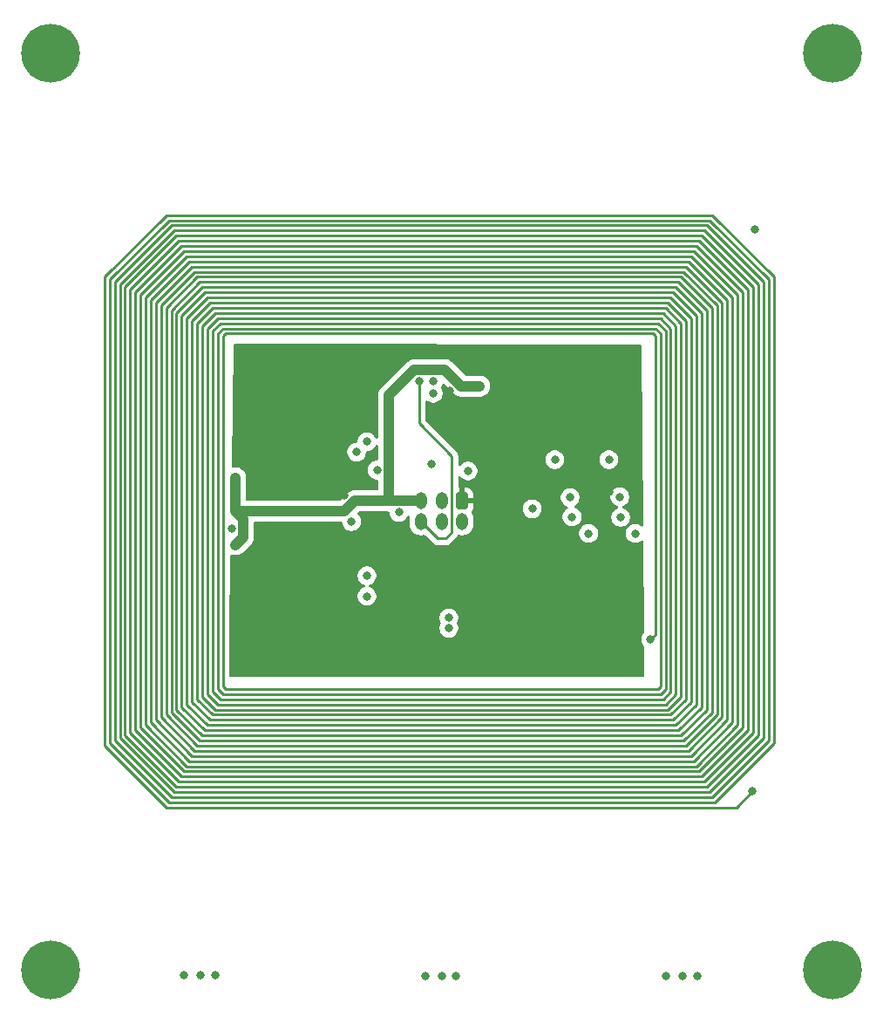
<source format=gbr>
%TF.GenerationSoftware,KiCad,Pcbnew,9.0.0*%
%TF.CreationDate,2025-09-25T12:09:15-07:00*%
%TF.ProjectId,XY_Faces_V3,58595f46-6163-4657-935f-56332e6b6963,3.0*%
%TF.SameCoordinates,Original*%
%TF.FileFunction,Copper,L2,Inr*%
%TF.FilePolarity,Positive*%
%FSLAX46Y46*%
G04 Gerber Fmt 4.6, Leading zero omitted, Abs format (unit mm)*
G04 Created by KiCad (PCBNEW 9.0.0) date 2025-09-25 12:09:15*
%MOMM*%
%LPD*%
G01*
G04 APERTURE LIST*
G04 Aperture macros list*
%AMRoundRect*
0 Rectangle with rounded corners*
0 $1 Rounding radius*
0 $2 $3 $4 $5 $6 $7 $8 $9 X,Y pos of 4 corners*
0 Add a 4 corners polygon primitive as box body*
4,1,4,$2,$3,$4,$5,$6,$7,$8,$9,$2,$3,0*
0 Add four circle primitives for the rounded corners*
1,1,$1+$1,$2,$3*
1,1,$1+$1,$4,$5*
1,1,$1+$1,$6,$7*
1,1,$1+$1,$8,$9*
0 Add four rect primitives between the rounded corners*
20,1,$1+$1,$2,$3,$4,$5,0*
20,1,$1+$1,$4,$5,$6,$7,0*
20,1,$1+$1,$6,$7,$8,$9,0*
20,1,$1+$1,$8,$9,$2,$3,0*%
G04 Aperture macros list end*
%TA.AperFunction,ComponentPad*%
%ADD10C,5.700000*%
%TD*%
%TA.AperFunction,ComponentPad*%
%ADD11RoundRect,0.250000X0.350000X0.575000X-0.350000X0.575000X-0.350000X-0.575000X0.350000X-0.575000X0*%
%TD*%
%TA.AperFunction,ComponentPad*%
%ADD12O,1.200000X1.650000*%
%TD*%
%TA.AperFunction,ViaPad*%
%ADD13C,0.800000*%
%TD*%
%TA.AperFunction,Conductor*%
%ADD14C,1.000000*%
%TD*%
%TA.AperFunction,Conductor*%
%ADD15C,0.250000*%
%TD*%
G04 APERTURE END LIST*
D10*
%TO.N,unconnected-(J2-Pin_1-Pad1)*%
%TO.C,J2*%
X106500000Y-70300000D03*
%TD*%
%TO.N,unconnected-(J3-Pin_1-Pad1)*%
%TO.C,J3*%
X106500000Y-159300000D03*
%TD*%
%TO.N,unconnected-(J4-Pin_1-Pad1)*%
%TO.C,J4*%
X182500000Y-70300000D03*
%TD*%
%TO.N,unconnected-(J5-Pin_1-Pad1)*%
%TO.C,J5*%
X182500000Y-159300000D03*
%TD*%
D11*
%TO.N,GND*%
%TO.C,CN1*%
X146500001Y-113750001D03*
D12*
%TO.N,SDAIN*%
X146500001Y-115750002D03*
%TO.N,VSOLAR*%
X144500000Y-113750001D03*
%TO.N,+3V3*%
X144500001Y-115750001D03*
%TO.N,VSOLAR*%
X142500001Y-113750001D03*
%TO.N,SCLIN*%
X142500000Y-115750001D03*
%TD*%
D13*
%TO.N,+3V3*%
X153300000Y-114500000D03*
%TO.N,GND*%
X154800000Y-112603280D03*
X151900000Y-112600000D03*
X169300000Y-159860000D03*
X153500000Y-116000000D03*
X160825000Y-112900000D03*
X157100000Y-110000000D03*
X143800000Y-126000000D03*
X145272182Y-103027818D03*
X144520000Y-159900000D03*
X119500000Y-159800000D03*
X167920000Y-159860000D03*
X142900000Y-159900000D03*
X166300000Y-159860000D03*
X145900000Y-159900000D03*
X146112347Y-118387653D03*
X154500000Y-117250000D03*
X135015253Y-113208948D03*
X121120000Y-159800000D03*
X124150000Y-116450000D03*
X122500000Y-159800000D03*
X160750000Y-114500000D03*
%TO.N,+3V3*%
X145200000Y-125100000D03*
X143700000Y-102100000D03*
X163300000Y-116900000D03*
X138227388Y-110744462D03*
X135750000Y-115750000D03*
X143700000Y-103300000D03*
X140346149Y-114850001D03*
X160750000Y-109750000D03*
X158775000Y-116900000D03*
X145200000Y-126100000D03*
X155500000Y-109750000D03*
%TO.N,VSOLAR*%
X146400000Y-102600000D03*
X124500000Y-114750000D03*
X124500000Y-111500000D03*
X124500000Y-118000000D03*
X148200000Y-102600000D03*
%TO.N,/SCL*%
X147068051Y-110831949D03*
X143496487Y-110201487D03*
%TO.N,/SDA*%
X157165885Y-115284647D03*
X156985660Y-113414260D03*
%TO.N,Net-(SC3--)*%
X137250000Y-123000000D03*
X136250000Y-109000000D03*
X137250000Y-108000000D03*
X137250000Y-121000000D03*
%TO.N,Net-(U3-OUT+)*%
X161890000Y-115330000D03*
X174680000Y-141950000D03*
X161820000Y-113350000D03*
X164800000Y-127190000D03*
X174900000Y-87350000D03*
%TO.N,SCLIN*%
X142300000Y-102100000D03*
%TD*%
D14*
%TO.N,VSOLAR*%
X139328388Y-113521613D02*
X139328388Y-103514562D01*
X139328388Y-103514562D02*
X141843950Y-100999000D01*
X124500000Y-114750000D02*
X125251000Y-115501000D01*
X141843950Y-100999000D02*
X144799000Y-100999000D01*
X125251000Y-115501000D02*
X125251000Y-117249000D01*
X136031250Y-113750001D02*
X135031251Y-114750000D01*
X142500001Y-113750001D02*
X139100000Y-113750001D01*
X139100000Y-113750001D02*
X136031250Y-113750001D01*
X135031251Y-114750000D02*
X124500000Y-114750000D01*
X144799000Y-100999000D02*
X146400000Y-102600000D01*
X139100000Y-113750001D02*
X139328388Y-113521613D01*
X124500000Y-114750000D02*
X124500000Y-111500000D01*
X125251000Y-117249000D02*
X124500000Y-118000000D01*
X146400000Y-102600000D02*
X148200000Y-102600000D01*
D15*
%TO.N,Net-(U3-OUT+)*%
X167750000Y-132750000D02*
X167750000Y-96500000D01*
X170750000Y-142500000D02*
X176250000Y-137000000D01*
X168250000Y-133000000D02*
X168250000Y-96250000D01*
X172250000Y-135000000D02*
X172250000Y-94250000D01*
X112750000Y-92500000D02*
X112750000Y-137000000D01*
X168500000Y-138000000D02*
X171750000Y-134750000D01*
X173750000Y-135750000D02*
X173750000Y-93500000D01*
X173250000Y-93750000D02*
X169000000Y-89500000D01*
X113750000Y-136500000D02*
X118750000Y-141500000D01*
X121250000Y-132750000D02*
X122500000Y-134000000D01*
X120000000Y-90500000D02*
X116250000Y-94250000D01*
X122750000Y-97500000D02*
X122750000Y-132000000D01*
X114250000Y-136250000D02*
X119000000Y-141000000D01*
X166000000Y-133000000D02*
X166750000Y-132250000D01*
X168750000Y-138500000D02*
X172250000Y-135000000D01*
X121500000Y-136000000D02*
X167500000Y-136000000D01*
X123500000Y-132000000D02*
X165500000Y-132000000D01*
X174750000Y-136250000D02*
X174750000Y-93000000D01*
X117750000Y-143500000D02*
X173130000Y-143500000D01*
X167250000Y-132500000D02*
X167250000Y-96750000D01*
X121000000Y-137000000D02*
X168000000Y-137000000D01*
X167750000Y-92000000D02*
X120750000Y-92000000D01*
X170750000Y-95000000D02*
X167750000Y-92000000D01*
X171250000Y-134500000D02*
X171250000Y-94750000D01*
X169250000Y-89000000D02*
X119250000Y-89000000D01*
X121500000Y-93500000D02*
X119250000Y-95750000D01*
X122000000Y-135000000D02*
X167000000Y-135000000D01*
X167000000Y-135000000D02*
X168750000Y-133250000D01*
X118750000Y-88000000D02*
X113750000Y-93000000D01*
X121750000Y-135500000D02*
X167250000Y-135500000D01*
X116750000Y-94500000D02*
X116750000Y-135000000D01*
X123500000Y-97500000D02*
X123250000Y-97750000D01*
X170250000Y-95250000D02*
X167500000Y-92500000D01*
X174250000Y-93250000D02*
X169500000Y-88500000D01*
X116250000Y-135250000D02*
X120000000Y-139000000D01*
X167750000Y-96500000D02*
X166250000Y-95000000D01*
X117750000Y-86000000D02*
X111750000Y-92000000D01*
X119750000Y-139500000D02*
X169250000Y-139500000D01*
X114250000Y-93250000D02*
X114250000Y-136250000D01*
X165250000Y-126740000D02*
X165250000Y-97750000D01*
X169500000Y-140000000D02*
X173750000Y-135750000D01*
X165000000Y-97500000D02*
X123500000Y-97500000D01*
X120250000Y-138500000D02*
X168750000Y-138500000D01*
X175250000Y-136500000D02*
X175250000Y-92750000D01*
X168000000Y-137000000D02*
X170750000Y-134250000D01*
X175750000Y-136750000D02*
X175750000Y-92500000D01*
X165250000Y-97000000D02*
X123250000Y-97000000D01*
X174250000Y-136000000D02*
X174250000Y-93250000D01*
X169000000Y-89500000D02*
X119500000Y-89500000D01*
X171750000Y-134750000D02*
X171750000Y-94500000D01*
X118250000Y-95250000D02*
X118250000Y-134250000D01*
X166250000Y-132000000D02*
X166250000Y-97250000D01*
X170250000Y-134000000D02*
X170250000Y-95250000D01*
X119000000Y-141000000D02*
X170000000Y-141000000D01*
X169750000Y-133750000D02*
X169750000Y-95500000D01*
X118500000Y-142000000D02*
X170500000Y-142000000D01*
X168750000Y-133250000D02*
X168750000Y-96000000D01*
X111750000Y-137500000D02*
X117750000Y-143500000D01*
X118750000Y-141500000D02*
X170250000Y-141500000D01*
X176250000Y-92250000D02*
X170500000Y-86500000D01*
X166250000Y-97250000D02*
X165500000Y-96500000D01*
X165750000Y-131750000D02*
X165750000Y-97500000D01*
X119000000Y-88500000D02*
X114250000Y-93250000D01*
X166000000Y-95500000D02*
X122500000Y-95500000D01*
X113750000Y-93000000D02*
X113750000Y-136500000D01*
X119250000Y-89000000D02*
X114750000Y-93500000D01*
X118000000Y-86500000D02*
X112250000Y-92250000D01*
X165750000Y-132500000D02*
X166250000Y-132000000D01*
X120000000Y-139000000D02*
X169000000Y-139000000D01*
X119500000Y-89500000D02*
X115250000Y-93750000D01*
X112750000Y-137000000D02*
X118250000Y-142500000D01*
X117250000Y-134750000D02*
X120500000Y-138000000D01*
X167250000Y-93000000D02*
X121250000Y-93000000D01*
X169000000Y-139000000D02*
X172750000Y-135250000D01*
X166750000Y-134500000D02*
X168250000Y-133000000D01*
X117750000Y-134500000D02*
X120750000Y-137500000D01*
X123250000Y-131750000D02*
X123500000Y-132000000D01*
X169250000Y-95750000D02*
X167000000Y-93500000D01*
X120500000Y-138000000D02*
X168500000Y-138000000D01*
X176750000Y-92000000D02*
X170750000Y-86000000D01*
X120250000Y-91000000D02*
X116750000Y-94500000D01*
X168750000Y-90000000D02*
X119750000Y-90000000D01*
X122000000Y-94500000D02*
X120250000Y-96250000D01*
X122250000Y-132250000D02*
X123000000Y-133000000D01*
X120750000Y-92000000D02*
X117750000Y-95000000D01*
X165500000Y-96500000D02*
X123000000Y-96500000D01*
X170500000Y-86500000D02*
X118000000Y-86500000D01*
X167250000Y-96750000D02*
X166000000Y-95500000D01*
X165750000Y-96000000D02*
X122750000Y-96000000D01*
X170000000Y-87500000D02*
X118500000Y-87500000D01*
X122750000Y-96000000D02*
X121750000Y-97000000D01*
X173750000Y-93500000D02*
X169250000Y-89000000D01*
X166750000Y-132250000D02*
X166750000Y-97000000D01*
X168250000Y-137500000D02*
X171250000Y-134500000D01*
X168250000Y-91000000D02*
X120250000Y-91000000D01*
X168500000Y-90500000D02*
X120000000Y-90500000D01*
X115250000Y-135750000D02*
X119500000Y-140000000D01*
X166500000Y-94500000D02*
X122000000Y-94500000D01*
X168000000Y-91500000D02*
X120500000Y-91500000D01*
X116750000Y-135000000D02*
X120250000Y-138500000D01*
X115250000Y-93750000D02*
X115250000Y-135750000D01*
X120750000Y-133000000D02*
X122250000Y-134500000D01*
X115750000Y-94000000D02*
X115750000Y-135500000D01*
X176750000Y-137250000D02*
X176750000Y-92000000D01*
X113250000Y-136750000D02*
X118500000Y-142000000D01*
X122750000Y-132000000D02*
X123250000Y-132500000D01*
X120500000Y-91500000D02*
X117250000Y-94750000D01*
X117750000Y-95000000D02*
X117750000Y-134500000D01*
X119250000Y-133750000D02*
X121500000Y-136000000D01*
X120250000Y-96250000D02*
X120250000Y-133250000D01*
X118750000Y-95500000D02*
X118750000Y-134000000D01*
X171000000Y-143000000D02*
X176750000Y-137250000D01*
X170250000Y-141500000D02*
X175250000Y-136500000D01*
X123000000Y-133000000D02*
X166000000Y-133000000D01*
X119750000Y-133500000D02*
X121750000Y-135500000D01*
X169500000Y-88500000D02*
X119000000Y-88500000D01*
X118750000Y-134000000D02*
X121250000Y-136500000D01*
X112250000Y-92250000D02*
X112250000Y-137250000D01*
X166250000Y-95000000D02*
X122250000Y-95000000D01*
X170500000Y-142000000D02*
X175750000Y-136750000D01*
X115750000Y-135500000D02*
X119750000Y-139500000D01*
X119500000Y-140000000D02*
X169500000Y-140000000D01*
X172750000Y-94000000D02*
X168750000Y-90000000D01*
X120250000Y-133250000D02*
X122000000Y-135000000D01*
X121750000Y-97000000D02*
X121750000Y-132500000D01*
X123250000Y-97000000D02*
X122750000Y-97500000D01*
X170000000Y-141000000D02*
X174750000Y-136250000D01*
X122250000Y-97250000D02*
X122250000Y-132250000D01*
X167500000Y-92500000D02*
X121000000Y-92500000D01*
X166750000Y-94000000D02*
X121750000Y-94000000D01*
X170750000Y-86000000D02*
X117750000Y-86000000D01*
X121000000Y-92500000D02*
X118250000Y-95250000D01*
X176250000Y-137000000D02*
X176250000Y-92250000D01*
X121750000Y-132500000D02*
X122750000Y-133500000D01*
X119250000Y-95750000D02*
X119250000Y-133750000D01*
X169250000Y-133500000D02*
X169250000Y-95750000D01*
X167250000Y-135500000D02*
X169250000Y-133500000D01*
X172250000Y-94250000D02*
X168500000Y-90500000D01*
X118250000Y-134250000D02*
X121000000Y-137000000D01*
X121250000Y-96750000D02*
X121250000Y-132750000D01*
X165500000Y-132000000D02*
X165750000Y-131750000D01*
X175250000Y-92750000D02*
X170000000Y-87500000D01*
X121250000Y-93000000D02*
X118750000Y-95500000D01*
X168750000Y-96000000D02*
X166750000Y-94000000D01*
X116250000Y-94250000D02*
X116250000Y-135250000D01*
X123000000Y-96500000D02*
X122250000Y-97250000D01*
X111750000Y-92000000D02*
X111750000Y-137500000D01*
X169750000Y-88000000D02*
X118750000Y-88000000D01*
X122250000Y-95000000D02*
X120750000Y-96500000D01*
X170250000Y-87000000D02*
X118250000Y-87000000D01*
X121750000Y-94000000D02*
X119750000Y-96000000D01*
X166250000Y-133500000D02*
X167250000Y-132500000D01*
X173250000Y-135500000D02*
X173250000Y-93750000D01*
X119750000Y-90000000D02*
X115750000Y-94000000D01*
X172750000Y-135250000D02*
X172750000Y-94000000D01*
X118500000Y-87500000D02*
X113250000Y-92750000D01*
X114750000Y-93500000D02*
X114750000Y-136000000D01*
X122500000Y-95500000D02*
X121250000Y-96750000D01*
X118250000Y-87000000D02*
X112750000Y-92500000D01*
X122250000Y-134500000D02*
X166750000Y-134500000D01*
X173130000Y-143500000D02*
X174680000Y-141950000D01*
X122500000Y-134000000D02*
X166500000Y-134000000D01*
X113250000Y-92750000D02*
X113250000Y-136750000D01*
X114750000Y-136000000D02*
X119250000Y-140500000D01*
X121250000Y-136500000D02*
X167750000Y-136500000D01*
X169750000Y-140500000D02*
X174250000Y-136000000D01*
X169250000Y-139500000D02*
X173250000Y-135500000D01*
X122750000Y-133500000D02*
X166250000Y-133500000D01*
X123250000Y-132500000D02*
X165750000Y-132500000D01*
X166500000Y-134000000D02*
X167750000Y-132750000D01*
X167000000Y-93500000D02*
X121500000Y-93500000D01*
X165250000Y-97750000D02*
X165000000Y-97500000D01*
X174750000Y-93000000D02*
X169750000Y-88000000D01*
X123250000Y-97750000D02*
X123250000Y-131750000D01*
X167500000Y-136000000D02*
X169750000Y-133750000D01*
X118250000Y-142500000D02*
X170750000Y-142500000D01*
X170750000Y-134250000D02*
X170750000Y-95000000D01*
X120750000Y-137500000D02*
X168250000Y-137500000D01*
X168250000Y-96250000D02*
X166500000Y-94500000D01*
X167750000Y-136500000D02*
X170250000Y-134000000D01*
X166750000Y-97000000D02*
X165750000Y-96000000D01*
X119750000Y-96000000D02*
X119750000Y-133500000D01*
X165750000Y-97500000D02*
X165250000Y-97000000D01*
X171250000Y-94750000D02*
X168000000Y-91500000D01*
X118000000Y-143000000D02*
X171000000Y-143000000D01*
X117250000Y-94750000D02*
X117250000Y-134750000D01*
X175750000Y-92500000D02*
X170250000Y-87000000D01*
X112250000Y-137250000D02*
X118000000Y-143000000D01*
X171750000Y-94500000D02*
X168250000Y-91000000D01*
X119250000Y-140500000D02*
X169750000Y-140500000D01*
X120750000Y-96500000D02*
X120750000Y-133000000D01*
X164800000Y-127190000D02*
X165250000Y-126740000D01*
X169750000Y-95500000D02*
X167250000Y-93000000D01*
%TO.N,SCLIN*%
X144900000Y-117400000D02*
X144149999Y-117400000D01*
X142300000Y-106200000D02*
X145476000Y-109376000D01*
X145476000Y-116824000D02*
X144900000Y-117400000D01*
X144149999Y-117400000D02*
X142500000Y-115750001D01*
X142300000Y-102100000D02*
X142300000Y-106200000D01*
X145476000Y-109376000D02*
X145476000Y-116824000D01*
%TD*%
%TA.AperFunction,Conductor*%
%TO.N,GND*%
G36*
X163824707Y-98596543D02*
G01*
X163891694Y-98616396D01*
X163937316Y-98669315D01*
X163948389Y-98719570D01*
X164084704Y-116099882D01*
X164065546Y-116167074D01*
X164013103Y-116213242D01*
X163944024Y-116223727D01*
X163884229Y-116197661D01*
X163884200Y-116197706D01*
X163883953Y-116197541D01*
X163882044Y-116196709D01*
X163879134Y-116194321D01*
X163730342Y-116094901D01*
X163730332Y-116094896D01*
X163565000Y-116026413D01*
X163564992Y-116026411D01*
X163389483Y-115991500D01*
X163389479Y-115991500D01*
X163210521Y-115991500D01*
X163210516Y-115991500D01*
X163035007Y-116026411D01*
X163034999Y-116026413D01*
X162869667Y-116094896D01*
X162869657Y-116094901D01*
X162720865Y-116194321D01*
X162720861Y-116194324D01*
X162594324Y-116320861D01*
X162594321Y-116320865D01*
X162494901Y-116469657D01*
X162494896Y-116469667D01*
X162426413Y-116634999D01*
X162426411Y-116635007D01*
X162391500Y-116810516D01*
X162391500Y-116989483D01*
X162426411Y-117164992D01*
X162426413Y-117165000D01*
X162494896Y-117330332D01*
X162494901Y-117330342D01*
X162594321Y-117479134D01*
X162594324Y-117479138D01*
X162720861Y-117605675D01*
X162720865Y-117605678D01*
X162869657Y-117705098D01*
X162869661Y-117705100D01*
X162869664Y-117705102D01*
X163035000Y-117773587D01*
X163210516Y-117808499D01*
X163210520Y-117808500D01*
X163210521Y-117808500D01*
X163389480Y-117808500D01*
X163389481Y-117808499D01*
X163565000Y-117773587D01*
X163730336Y-117705102D01*
X163879135Y-117605678D01*
X163885464Y-117599349D01*
X163946785Y-117565861D01*
X164016477Y-117570842D01*
X164072413Y-117612711D01*
X164096833Y-117678174D01*
X164097145Y-117686053D01*
X164166169Y-126486677D01*
X164147011Y-126553869D01*
X164129856Y-126575329D01*
X164094324Y-126610862D01*
X164094319Y-126610868D01*
X163994901Y-126759657D01*
X163994896Y-126759667D01*
X163926413Y-126924999D01*
X163926411Y-126925007D01*
X163891500Y-127100516D01*
X163891500Y-127279483D01*
X163926411Y-127454992D01*
X163926413Y-127455000D01*
X163994896Y-127620332D01*
X163994901Y-127620342D01*
X164094321Y-127769134D01*
X164094324Y-127769138D01*
X164140958Y-127815771D01*
X164174444Y-127877094D01*
X164177274Y-127902480D01*
X164199020Y-130675027D01*
X164179862Y-130742219D01*
X164127419Y-130788387D01*
X164075024Y-130800000D01*
X124007500Y-130800000D01*
X123940461Y-130780315D01*
X123894706Y-130727511D01*
X123883500Y-130676000D01*
X123883500Y-125456981D01*
X123883515Y-125455044D01*
X123890461Y-125010516D01*
X144291500Y-125010516D01*
X144291500Y-125189483D01*
X144326411Y-125364992D01*
X144326413Y-125365000D01*
X144394898Y-125530336D01*
X144395418Y-125531115D01*
X144395565Y-125531584D01*
X144397768Y-125535706D01*
X144396986Y-125536123D01*
X144416292Y-125597794D01*
X144397804Y-125665173D01*
X144395418Y-125668885D01*
X144394898Y-125669663D01*
X144326413Y-125834999D01*
X144326411Y-125835007D01*
X144291500Y-126010516D01*
X144291500Y-126189483D01*
X144326411Y-126364992D01*
X144326413Y-126365000D01*
X144394896Y-126530332D01*
X144394901Y-126530342D01*
X144494321Y-126679134D01*
X144494324Y-126679138D01*
X144620861Y-126805675D01*
X144620865Y-126805678D01*
X144769657Y-126905098D01*
X144769661Y-126905100D01*
X144769664Y-126905102D01*
X144935000Y-126973587D01*
X145110516Y-127008499D01*
X145110520Y-127008500D01*
X145110521Y-127008500D01*
X145289480Y-127008500D01*
X145289481Y-127008499D01*
X145465000Y-126973587D01*
X145630336Y-126905102D01*
X145779135Y-126805678D01*
X145905678Y-126679135D01*
X146005102Y-126530336D01*
X146073587Y-126365000D01*
X146108500Y-126189479D01*
X146108500Y-126010521D01*
X146073587Y-125835000D01*
X146005102Y-125669664D01*
X146004587Y-125668893D01*
X146004441Y-125668428D01*
X146002229Y-125664289D01*
X146003013Y-125663869D01*
X145983708Y-125602216D01*
X146002191Y-125534835D01*
X146004587Y-125531107D01*
X146004689Y-125530953D01*
X146005102Y-125530336D01*
X146073587Y-125365000D01*
X146108500Y-125189479D01*
X146108500Y-125010521D01*
X146073587Y-124835000D01*
X146005102Y-124669664D01*
X146005100Y-124669661D01*
X146005098Y-124669657D01*
X145905678Y-124520865D01*
X145905675Y-124520861D01*
X145779138Y-124394324D01*
X145779134Y-124394321D01*
X145630342Y-124294901D01*
X145630332Y-124294896D01*
X145465000Y-124226413D01*
X145464992Y-124226411D01*
X145289483Y-124191500D01*
X145289479Y-124191500D01*
X145110521Y-124191500D01*
X145110516Y-124191500D01*
X144935007Y-124226411D01*
X144934999Y-124226413D01*
X144769667Y-124294896D01*
X144769657Y-124294901D01*
X144620865Y-124394321D01*
X144620861Y-124394324D01*
X144494324Y-124520861D01*
X144494321Y-124520865D01*
X144394901Y-124669657D01*
X144394896Y-124669667D01*
X144326413Y-124834999D01*
X144326411Y-124835007D01*
X144291500Y-125010516D01*
X123890461Y-125010516D01*
X123890586Y-125002492D01*
X123893203Y-124834999D01*
X123954523Y-120910516D01*
X136341500Y-120910516D01*
X136341500Y-121089483D01*
X136376411Y-121264992D01*
X136376413Y-121265000D01*
X136444896Y-121430332D01*
X136444901Y-121430342D01*
X136544321Y-121579134D01*
X136544324Y-121579138D01*
X136670861Y-121705675D01*
X136670865Y-121705678D01*
X136819657Y-121805098D01*
X136819661Y-121805100D01*
X136819664Y-121805102D01*
X136985000Y-121873587D01*
X136985004Y-121873587D01*
X136985005Y-121873588D01*
X137009109Y-121878383D01*
X137071020Y-121910768D01*
X137105594Y-121971484D01*
X137101854Y-122041253D01*
X137060987Y-122097925D01*
X137009109Y-122121617D01*
X136985005Y-122126411D01*
X136984999Y-122126413D01*
X136819667Y-122194896D01*
X136819657Y-122194901D01*
X136670865Y-122294321D01*
X136670861Y-122294324D01*
X136544324Y-122420861D01*
X136544321Y-122420865D01*
X136444901Y-122569657D01*
X136444896Y-122569667D01*
X136376413Y-122734999D01*
X136376411Y-122735007D01*
X136341500Y-122910516D01*
X136341500Y-123089483D01*
X136376411Y-123264992D01*
X136376413Y-123265000D01*
X136444896Y-123430332D01*
X136444901Y-123430342D01*
X136544321Y-123579134D01*
X136544324Y-123579138D01*
X136670861Y-123705675D01*
X136670865Y-123705678D01*
X136819657Y-123805098D01*
X136819661Y-123805100D01*
X136819664Y-123805102D01*
X136985000Y-123873587D01*
X137160516Y-123908499D01*
X137160520Y-123908500D01*
X137160521Y-123908500D01*
X137339480Y-123908500D01*
X137339481Y-123908499D01*
X137515000Y-123873587D01*
X137680336Y-123805102D01*
X137829135Y-123705678D01*
X137955678Y-123579135D01*
X138055102Y-123430336D01*
X138123587Y-123265000D01*
X138158500Y-123089479D01*
X138158500Y-122910521D01*
X138123587Y-122735000D01*
X138055102Y-122569664D01*
X138055100Y-122569661D01*
X138055098Y-122569657D01*
X137955678Y-122420865D01*
X137955675Y-122420861D01*
X137829138Y-122294324D01*
X137829134Y-122294321D01*
X137680342Y-122194901D01*
X137680332Y-122194896D01*
X137515000Y-122126413D01*
X137514992Y-122126411D01*
X137490891Y-122121617D01*
X137428980Y-122089233D01*
X137394406Y-122028517D01*
X137398145Y-121958747D01*
X137439011Y-121902075D01*
X137490891Y-121878383D01*
X137501470Y-121876278D01*
X137515000Y-121873587D01*
X137680336Y-121805102D01*
X137829135Y-121705678D01*
X137955678Y-121579135D01*
X138055102Y-121430336D01*
X138123587Y-121265000D01*
X138158500Y-121089479D01*
X138158500Y-120910521D01*
X138123587Y-120735000D01*
X138055102Y-120569664D01*
X138055100Y-120569661D01*
X138055098Y-120569657D01*
X137955678Y-120420865D01*
X137955675Y-120420861D01*
X137829138Y-120294324D01*
X137829134Y-120294321D01*
X137680342Y-120194901D01*
X137680332Y-120194896D01*
X137515000Y-120126413D01*
X137514992Y-120126411D01*
X137339483Y-120091500D01*
X137339479Y-120091500D01*
X137160521Y-120091500D01*
X137160516Y-120091500D01*
X136985007Y-120126411D01*
X136984999Y-120126413D01*
X136819667Y-120194896D01*
X136819657Y-120194901D01*
X136670865Y-120294321D01*
X136670861Y-120294324D01*
X136544324Y-120420861D01*
X136544321Y-120420865D01*
X136444901Y-120569657D01*
X136444896Y-120569667D01*
X136376413Y-120734999D01*
X136376411Y-120735007D01*
X136341500Y-120910516D01*
X123954523Y-120910516D01*
X123983418Y-119061248D01*
X124004147Y-118994528D01*
X124057659Y-118949604D01*
X124126964Y-118940742D01*
X124154847Y-118948625D01*
X124205832Y-118969744D01*
X124400666Y-119008499D01*
X124400669Y-119008500D01*
X124400671Y-119008500D01*
X124599331Y-119008500D01*
X124599332Y-119008499D01*
X124794168Y-118969744D01*
X124977704Y-118893721D01*
X125142881Y-118783353D01*
X126034353Y-117891881D01*
X126144721Y-117726704D01*
X126220744Y-117543169D01*
X126236811Y-117462394D01*
X126259500Y-117348329D01*
X126259500Y-115882500D01*
X126279185Y-115815461D01*
X126331989Y-115769706D01*
X126383500Y-115758500D01*
X134723628Y-115758500D01*
X134790667Y-115778185D01*
X134836422Y-115830989D01*
X134845245Y-115858309D01*
X134876411Y-116014992D01*
X134876413Y-116015000D01*
X134944896Y-116180332D01*
X134944901Y-116180342D01*
X135044321Y-116329134D01*
X135044324Y-116329138D01*
X135170861Y-116455675D01*
X135170865Y-116455678D01*
X135319657Y-116555098D01*
X135319661Y-116555100D01*
X135319664Y-116555102D01*
X135485000Y-116623587D01*
X135660516Y-116658499D01*
X135660520Y-116658500D01*
X135660521Y-116658500D01*
X135839480Y-116658500D01*
X135839481Y-116658499D01*
X136015000Y-116623587D01*
X136180336Y-116555102D01*
X136329135Y-116455678D01*
X136455678Y-116329135D01*
X136555102Y-116180336D01*
X136623587Y-116015000D01*
X136658500Y-115839479D01*
X136658500Y-115660521D01*
X136623587Y-115485000D01*
X136555102Y-115319664D01*
X136555100Y-115319661D01*
X136555098Y-115319657D01*
X136455678Y-115170865D01*
X136455675Y-115170861D01*
X136333830Y-115049016D01*
X136329491Y-115041071D01*
X136322243Y-115035645D01*
X136313007Y-115010882D01*
X136300345Y-114987693D01*
X136300990Y-114978662D01*
X136297827Y-114970180D01*
X136303443Y-114944359D01*
X136305329Y-114918001D01*
X136311147Y-114908947D01*
X136312679Y-114901907D01*
X136333825Y-114873658D01*
X136412666Y-114794817D01*
X136473989Y-114761335D01*
X136500346Y-114758501D01*
X139000671Y-114758501D01*
X139199329Y-114758501D01*
X139313649Y-114758501D01*
X139380688Y-114778186D01*
X139426443Y-114830990D01*
X139437649Y-114882501D01*
X139437649Y-114939484D01*
X139472560Y-115114993D01*
X139472562Y-115115001D01*
X139541045Y-115280333D01*
X139541050Y-115280343D01*
X139640470Y-115429135D01*
X139640473Y-115429139D01*
X139767010Y-115555676D01*
X139767014Y-115555679D01*
X139915806Y-115655099D01*
X139915810Y-115655101D01*
X139915813Y-115655103D01*
X140081149Y-115723588D01*
X140256665Y-115758500D01*
X140256669Y-115758501D01*
X140256670Y-115758501D01*
X140435629Y-115758501D01*
X140435630Y-115758500D01*
X140611149Y-115723588D01*
X140776485Y-115655103D01*
X140925284Y-115555679D01*
X141051827Y-115429136D01*
X141151251Y-115280337D01*
X141179683Y-115211694D01*
X141223522Y-115157294D01*
X141289816Y-115135229D01*
X141357515Y-115152508D01*
X141405126Y-115203644D01*
X141417533Y-115272404D01*
X141416716Y-115278547D01*
X141391500Y-115437759D01*
X141391500Y-116062241D01*
X141418795Y-116234576D01*
X141472710Y-116400514D01*
X141472711Y-116400517D01*
X141500818Y-116455678D01*
X141551478Y-116555103D01*
X141551928Y-116555985D01*
X141654477Y-116697133D01*
X141654481Y-116697138D01*
X141777862Y-116820519D01*
X141777867Y-116820523D01*
X141792654Y-116831266D01*
X141919019Y-116923075D01*
X142020646Y-116974857D01*
X142074483Y-117002289D01*
X142074486Y-117002290D01*
X142157455Y-117029247D01*
X142240426Y-117056206D01*
X142412759Y-117083501D01*
X142412760Y-117083501D01*
X142587240Y-117083501D01*
X142587241Y-117083501D01*
X142759574Y-117056206D01*
X142801070Y-117042722D01*
X142870910Y-117040728D01*
X142927068Y-117072973D01*
X143746162Y-117892068D01*
X143746166Y-117892071D01*
X143849917Y-117961396D01*
X143849923Y-117961399D01*
X143849924Y-117961400D01*
X143965214Y-118009155D01*
X144087600Y-118033499D01*
X144087604Y-118033500D01*
X144087605Y-118033500D01*
X144962395Y-118033500D01*
X144962396Y-118033499D01*
X145084785Y-118009155D01*
X145200075Y-117961400D01*
X145303833Y-117892071D01*
X145968071Y-117227833D01*
X146037400Y-117124075D01*
X146042393Y-117112019D01*
X146086231Y-117057614D01*
X146152524Y-117035546D01*
X146195273Y-117041535D01*
X146240427Y-117056207D01*
X146412760Y-117083502D01*
X146412761Y-117083502D01*
X146587241Y-117083502D01*
X146587242Y-117083502D01*
X146759575Y-117056207D01*
X146925517Y-117002290D01*
X147080982Y-116923076D01*
X147222140Y-116820519D01*
X147232143Y-116810516D01*
X157866500Y-116810516D01*
X157866500Y-116989483D01*
X157901411Y-117164992D01*
X157901413Y-117165000D01*
X157969896Y-117330332D01*
X157969901Y-117330342D01*
X158069321Y-117479134D01*
X158069324Y-117479138D01*
X158195861Y-117605675D01*
X158195865Y-117605678D01*
X158344657Y-117705098D01*
X158344661Y-117705100D01*
X158344664Y-117705102D01*
X158510000Y-117773587D01*
X158685516Y-117808499D01*
X158685520Y-117808500D01*
X158685521Y-117808500D01*
X158864480Y-117808500D01*
X158864481Y-117808499D01*
X159040000Y-117773587D01*
X159205336Y-117705102D01*
X159354135Y-117605678D01*
X159480678Y-117479135D01*
X159580102Y-117330336D01*
X159648587Y-117165000D01*
X159683500Y-116989479D01*
X159683500Y-116810521D01*
X159648587Y-116635000D01*
X159580102Y-116469664D01*
X159580100Y-116469661D01*
X159580098Y-116469657D01*
X159480678Y-116320865D01*
X159480675Y-116320861D01*
X159354138Y-116194324D01*
X159354134Y-116194321D01*
X159205342Y-116094901D01*
X159205332Y-116094896D01*
X159040000Y-116026413D01*
X159039992Y-116026411D01*
X158864483Y-115991500D01*
X158864479Y-115991500D01*
X158685521Y-115991500D01*
X158685516Y-115991500D01*
X158510007Y-116026411D01*
X158509999Y-116026413D01*
X158344667Y-116094896D01*
X158344657Y-116094901D01*
X158195865Y-116194321D01*
X158195861Y-116194324D01*
X158069324Y-116320861D01*
X158069321Y-116320865D01*
X157969901Y-116469657D01*
X157969896Y-116469667D01*
X157901413Y-116634999D01*
X157901411Y-116635007D01*
X157866500Y-116810516D01*
X147232143Y-116810516D01*
X147345518Y-116697141D01*
X147448075Y-116555983D01*
X147527289Y-116400518D01*
X147581206Y-116234576D01*
X147608501Y-116062243D01*
X147608501Y-115437761D01*
X147581206Y-115265428D01*
X147544517Y-115152508D01*
X147527290Y-115099488D01*
X147527289Y-115099485D01*
X147470327Y-114987693D01*
X147448075Y-114944021D01*
X147443520Y-114937752D01*
X147420043Y-114871949D01*
X147435869Y-114803895D01*
X147438743Y-114799626D01*
X147438526Y-114799492D01*
X147534357Y-114644125D01*
X147534359Y-114644120D01*
X147589506Y-114477698D01*
X147589507Y-114477691D01*
X147596370Y-114410516D01*
X152391500Y-114410516D01*
X152391500Y-114589483D01*
X152426411Y-114764992D01*
X152426413Y-114765000D01*
X152494896Y-114930332D01*
X152494901Y-114930342D01*
X152594321Y-115079134D01*
X152594324Y-115079138D01*
X152720861Y-115205675D01*
X152720865Y-115205678D01*
X152869657Y-115305098D01*
X152869661Y-115305100D01*
X152869664Y-115305102D01*
X153035000Y-115373587D01*
X153210516Y-115408499D01*
X153210520Y-115408500D01*
X153210521Y-115408500D01*
X153389480Y-115408500D01*
X153389481Y-115408499D01*
X153565000Y-115373587D01*
X153730336Y-115305102D01*
X153879135Y-115205678D01*
X154005678Y-115079135D01*
X154105102Y-114930336D01*
X154173587Y-114765000D01*
X154208500Y-114589479D01*
X154208500Y-114410521D01*
X154173587Y-114235000D01*
X154105102Y-114069664D01*
X154105100Y-114069661D01*
X154105098Y-114069657D01*
X154005678Y-113920865D01*
X154005675Y-113920861D01*
X153879138Y-113794324D01*
X153879134Y-113794321D01*
X153730342Y-113694901D01*
X153730332Y-113694896D01*
X153565000Y-113626413D01*
X153564992Y-113626411D01*
X153389483Y-113591500D01*
X153389479Y-113591500D01*
X153210521Y-113591500D01*
X153210516Y-113591500D01*
X153035007Y-113626411D01*
X153034999Y-113626413D01*
X152869667Y-113694896D01*
X152869657Y-113694901D01*
X152720865Y-113794321D01*
X152720861Y-113794324D01*
X152594324Y-113920861D01*
X152594321Y-113920865D01*
X152494901Y-114069657D01*
X152494896Y-114069667D01*
X152426413Y-114234999D01*
X152426411Y-114235007D01*
X152391500Y-114410516D01*
X147596370Y-114410516D01*
X147598280Y-114391826D01*
X147600000Y-114374987D01*
X147600001Y-114374974D01*
X147600001Y-114000001D01*
X146846411Y-114000001D01*
X146896038Y-113914045D01*
X146925001Y-113805953D01*
X146925001Y-113694049D01*
X146896038Y-113585957D01*
X146846411Y-113500001D01*
X147600000Y-113500001D01*
X147600000Y-113324776D01*
X156077160Y-113324776D01*
X156077160Y-113503743D01*
X156112071Y-113679252D01*
X156112073Y-113679260D01*
X156180556Y-113844592D01*
X156180561Y-113844602D01*
X156279981Y-113993394D01*
X156279984Y-113993398D01*
X156406521Y-114119935D01*
X156406525Y-114119938D01*
X156555317Y-114219358D01*
X156555330Y-114219365D01*
X156616823Y-114244836D01*
X156692627Y-114276235D01*
X156747031Y-114320076D01*
X156769096Y-114386370D01*
X156751817Y-114454069D01*
X156714066Y-114493898D01*
X156586750Y-114578968D01*
X156586746Y-114578971D01*
X156460209Y-114705508D01*
X156460206Y-114705512D01*
X156360786Y-114854304D01*
X156360781Y-114854314D01*
X156292298Y-115019646D01*
X156292296Y-115019654D01*
X156257385Y-115195163D01*
X156257385Y-115374130D01*
X156292296Y-115549639D01*
X156292298Y-115549647D01*
X156360781Y-115714979D01*
X156360786Y-115714989D01*
X156460206Y-115863781D01*
X156460209Y-115863785D01*
X156586746Y-115990322D01*
X156586750Y-115990325D01*
X156735542Y-116089745D01*
X156735546Y-116089747D01*
X156735549Y-116089749D01*
X156900885Y-116158234D01*
X157076401Y-116193146D01*
X157076405Y-116193147D01*
X157076406Y-116193147D01*
X157255365Y-116193147D01*
X157255366Y-116193146D01*
X157430885Y-116158234D01*
X157596221Y-116089749D01*
X157745020Y-115990325D01*
X157871563Y-115863782D01*
X157970987Y-115714983D01*
X158039472Y-115549647D01*
X158074385Y-115374126D01*
X158074385Y-115195168D01*
X158039472Y-115019647D01*
X157970987Y-114854311D01*
X157970985Y-114854308D01*
X157970983Y-114854304D01*
X157871563Y-114705512D01*
X157871560Y-114705508D01*
X157745023Y-114578971D01*
X157745019Y-114578968D01*
X157596227Y-114479548D01*
X157596217Y-114479543D01*
X157458916Y-114422671D01*
X157404513Y-114378830D01*
X157382448Y-114312536D01*
X157399727Y-114244836D01*
X157437477Y-114205008D01*
X157564795Y-114119938D01*
X157691338Y-113993395D01*
X157790762Y-113844596D01*
X157859247Y-113679260D01*
X157894160Y-113503739D01*
X157894160Y-113324781D01*
X157884978Y-113278619D01*
X157884978Y-113278616D01*
X157881378Y-113260516D01*
X160911500Y-113260516D01*
X160911500Y-113439483D01*
X160946411Y-113614992D01*
X160946413Y-113615000D01*
X161014896Y-113780332D01*
X161014901Y-113780342D01*
X161114321Y-113929134D01*
X161114324Y-113929138D01*
X161240861Y-114055675D01*
X161240865Y-114055678D01*
X161389657Y-114155098D01*
X161389661Y-114155100D01*
X161389664Y-114155102D01*
X161555000Y-114223587D01*
X161581106Y-114228779D01*
X161643017Y-114261163D01*
X161677592Y-114321879D01*
X161673853Y-114391648D01*
X161632988Y-114448321D01*
X161604369Y-114464958D01*
X161459667Y-114524896D01*
X161459657Y-114524901D01*
X161310865Y-114624321D01*
X161310861Y-114624324D01*
X161184324Y-114750861D01*
X161184321Y-114750865D01*
X161084901Y-114899657D01*
X161084896Y-114899667D01*
X161016413Y-115064999D01*
X161016411Y-115065007D01*
X160981500Y-115240516D01*
X160981500Y-115419483D01*
X161016411Y-115594992D01*
X161016413Y-115595000D01*
X161084896Y-115760332D01*
X161084901Y-115760342D01*
X161184321Y-115909134D01*
X161184324Y-115909138D01*
X161310861Y-116035675D01*
X161310865Y-116035678D01*
X161459657Y-116135098D01*
X161459661Y-116135100D01*
X161459664Y-116135102D01*
X161625000Y-116203587D01*
X161780789Y-116234575D01*
X161800516Y-116238499D01*
X161800520Y-116238500D01*
X161800521Y-116238500D01*
X161979480Y-116238500D01*
X161979481Y-116238499D01*
X162155000Y-116203587D01*
X162320336Y-116135102D01*
X162469135Y-116035678D01*
X162595678Y-115909135D01*
X162695102Y-115760336D01*
X162763587Y-115595000D01*
X162798500Y-115419479D01*
X162798500Y-115240521D01*
X162763587Y-115065000D01*
X162695102Y-114899664D01*
X162695100Y-114899661D01*
X162695098Y-114899657D01*
X162595678Y-114750865D01*
X162595675Y-114750861D01*
X162469138Y-114624324D01*
X162469134Y-114624321D01*
X162320342Y-114524901D01*
X162320332Y-114524896D01*
X162155000Y-114456413D01*
X162154994Y-114456411D01*
X162128891Y-114451219D01*
X162066980Y-114418834D01*
X162032406Y-114358118D01*
X162036147Y-114288348D01*
X162077013Y-114231676D01*
X162105629Y-114215041D01*
X162250336Y-114155102D01*
X162399135Y-114055678D01*
X162525678Y-113929135D01*
X162625102Y-113780336D01*
X162693587Y-113615000D01*
X162728500Y-113439479D01*
X162728500Y-113260521D01*
X162693587Y-113085000D01*
X162625102Y-112919664D01*
X162625100Y-112919661D01*
X162625098Y-112919657D01*
X162525678Y-112770865D01*
X162525675Y-112770861D01*
X162399138Y-112644324D01*
X162399134Y-112644321D01*
X162250342Y-112544901D01*
X162250332Y-112544896D01*
X162085000Y-112476413D01*
X162084992Y-112476411D01*
X161909483Y-112441500D01*
X161909479Y-112441500D01*
X161730521Y-112441500D01*
X161730516Y-112441500D01*
X161555007Y-112476411D01*
X161554999Y-112476413D01*
X161389667Y-112544896D01*
X161389657Y-112544901D01*
X161240865Y-112644321D01*
X161240861Y-112644324D01*
X161114324Y-112770861D01*
X161114321Y-112770865D01*
X161014901Y-112919657D01*
X161014896Y-112919667D01*
X160946413Y-113084999D01*
X160946411Y-113085007D01*
X160911500Y-113260516D01*
X157881378Y-113260516D01*
X157859248Y-113149267D01*
X157859247Y-113149260D01*
X157790762Y-112983924D01*
X157790760Y-112983921D01*
X157790758Y-112983917D01*
X157691338Y-112835125D01*
X157691335Y-112835121D01*
X157564798Y-112708584D01*
X157564794Y-112708581D01*
X157416002Y-112609161D01*
X157415992Y-112609156D01*
X157250660Y-112540673D01*
X157250652Y-112540671D01*
X157075143Y-112505760D01*
X157075139Y-112505760D01*
X156896181Y-112505760D01*
X156896176Y-112505760D01*
X156720667Y-112540671D01*
X156720659Y-112540673D01*
X156555327Y-112609156D01*
X156555317Y-112609161D01*
X156406525Y-112708581D01*
X156406521Y-112708584D01*
X156279984Y-112835121D01*
X156279981Y-112835125D01*
X156180561Y-112983917D01*
X156180556Y-112983927D01*
X156112073Y-113149259D01*
X156112071Y-113149267D01*
X156077160Y-113324776D01*
X147600000Y-113324776D01*
X147600000Y-113125029D01*
X147599999Y-113125014D01*
X147589506Y-113022303D01*
X147534359Y-112855881D01*
X147534357Y-112855876D01*
X147442316Y-112706655D01*
X147318346Y-112582685D01*
X147169125Y-112490644D01*
X147169120Y-112490642D01*
X147002698Y-112435495D01*
X147002691Y-112435494D01*
X146899987Y-112425001D01*
X146750001Y-112425001D01*
X146750001Y-113403591D01*
X146664045Y-113353964D01*
X146555953Y-113325001D01*
X146444049Y-113325001D01*
X146335957Y-113353964D01*
X146250001Y-113403591D01*
X146250001Y-112449123D01*
X146176553Y-112411151D01*
X146172215Y-112407005D01*
X146166461Y-112405316D01*
X146147251Y-112383147D01*
X146126042Y-112362877D01*
X146124634Y-112357045D01*
X146120706Y-112352512D01*
X146109500Y-112301001D01*
X146109500Y-111441406D01*
X146129185Y-111374367D01*
X146181989Y-111328612D01*
X146251147Y-111318668D01*
X146314703Y-111347693D01*
X146336603Y-111372516D01*
X146362374Y-111411086D01*
X146488912Y-111537624D01*
X146488916Y-111537627D01*
X146637708Y-111637047D01*
X146637712Y-111637049D01*
X146637715Y-111637051D01*
X146803051Y-111705536D01*
X146978567Y-111740448D01*
X146978571Y-111740449D01*
X146978572Y-111740449D01*
X147157531Y-111740449D01*
X147157532Y-111740448D01*
X147333051Y-111705536D01*
X147498387Y-111637051D01*
X147647186Y-111537627D01*
X147773729Y-111411084D01*
X147873153Y-111262285D01*
X147941638Y-111096949D01*
X147976551Y-110921428D01*
X147976551Y-110742470D01*
X147941638Y-110566949D01*
X147873153Y-110401613D01*
X147873151Y-110401610D01*
X147873149Y-110401606D01*
X147773729Y-110252814D01*
X147773726Y-110252810D01*
X147647189Y-110126273D01*
X147647185Y-110126270D01*
X147498393Y-110026850D01*
X147498383Y-110026845D01*
X147333051Y-109958362D01*
X147333043Y-109958360D01*
X147157534Y-109923449D01*
X147157530Y-109923449D01*
X146978572Y-109923449D01*
X146978567Y-109923449D01*
X146803058Y-109958360D01*
X146803050Y-109958362D01*
X146637718Y-110026845D01*
X146637708Y-110026850D01*
X146488916Y-110126270D01*
X146488912Y-110126273D01*
X146362375Y-110252810D01*
X146362372Y-110252814D01*
X146336602Y-110291382D01*
X146282989Y-110336187D01*
X146213664Y-110344894D01*
X146150637Y-110314739D01*
X146113918Y-110255296D01*
X146109500Y-110222491D01*
X146109500Y-109660516D01*
X154591500Y-109660516D01*
X154591500Y-109839483D01*
X154626411Y-110014992D01*
X154626413Y-110015000D01*
X154694896Y-110180332D01*
X154694901Y-110180342D01*
X154794321Y-110329134D01*
X154794324Y-110329138D01*
X154920861Y-110455675D01*
X154920865Y-110455678D01*
X155069657Y-110555098D01*
X155069661Y-110555100D01*
X155069664Y-110555102D01*
X155235000Y-110623587D01*
X155392815Y-110654978D01*
X155410516Y-110658499D01*
X155410520Y-110658500D01*
X155410521Y-110658500D01*
X155589480Y-110658500D01*
X155589481Y-110658499D01*
X155765000Y-110623587D01*
X155930336Y-110555102D01*
X156079135Y-110455678D01*
X156205678Y-110329135D01*
X156305102Y-110180336D01*
X156373587Y-110015000D01*
X156408500Y-109839479D01*
X156408500Y-109660521D01*
X156408499Y-109660516D01*
X159841500Y-109660516D01*
X159841500Y-109839483D01*
X159876411Y-110014992D01*
X159876413Y-110015000D01*
X159944896Y-110180332D01*
X159944901Y-110180342D01*
X160044321Y-110329134D01*
X160044324Y-110329138D01*
X160170861Y-110455675D01*
X160170865Y-110455678D01*
X160319657Y-110555098D01*
X160319661Y-110555100D01*
X160319664Y-110555102D01*
X160485000Y-110623587D01*
X160642815Y-110654978D01*
X160660516Y-110658499D01*
X160660520Y-110658500D01*
X160660521Y-110658500D01*
X160839480Y-110658500D01*
X160839481Y-110658499D01*
X161015000Y-110623587D01*
X161180336Y-110555102D01*
X161329135Y-110455678D01*
X161455678Y-110329135D01*
X161555102Y-110180336D01*
X161623587Y-110015000D01*
X161658500Y-109839479D01*
X161658500Y-109660521D01*
X161623587Y-109485000D01*
X161555102Y-109319664D01*
X161555100Y-109319661D01*
X161555098Y-109319657D01*
X161455678Y-109170865D01*
X161455675Y-109170861D01*
X161329138Y-109044324D01*
X161329134Y-109044321D01*
X161180342Y-108944901D01*
X161180332Y-108944896D01*
X161015000Y-108876413D01*
X161014992Y-108876411D01*
X160839483Y-108841500D01*
X160839479Y-108841500D01*
X160660521Y-108841500D01*
X160660516Y-108841500D01*
X160485007Y-108876411D01*
X160484999Y-108876413D01*
X160319667Y-108944896D01*
X160319657Y-108944901D01*
X160170865Y-109044321D01*
X160170861Y-109044324D01*
X160044324Y-109170861D01*
X160044321Y-109170865D01*
X159944901Y-109319657D01*
X159944896Y-109319667D01*
X159876413Y-109484999D01*
X159876411Y-109485007D01*
X159841500Y-109660516D01*
X156408499Y-109660516D01*
X156373587Y-109485000D01*
X156305102Y-109319664D01*
X156305100Y-109319661D01*
X156305098Y-109319657D01*
X156205678Y-109170865D01*
X156205675Y-109170861D01*
X156079138Y-109044324D01*
X156079134Y-109044321D01*
X155930342Y-108944901D01*
X155930332Y-108944896D01*
X155765000Y-108876413D01*
X155764992Y-108876411D01*
X155589483Y-108841500D01*
X155589479Y-108841500D01*
X155410521Y-108841500D01*
X155410516Y-108841500D01*
X155235007Y-108876411D01*
X155234999Y-108876413D01*
X155069667Y-108944896D01*
X155069657Y-108944901D01*
X154920865Y-109044321D01*
X154920861Y-109044324D01*
X154794324Y-109170861D01*
X154794321Y-109170865D01*
X154694901Y-109319657D01*
X154694896Y-109319667D01*
X154626413Y-109484999D01*
X154626411Y-109485007D01*
X154591500Y-109660516D01*
X146109500Y-109660516D01*
X146109500Y-109313605D01*
X146109499Y-109313601D01*
X146085156Y-109191222D01*
X146085155Y-109191215D01*
X146037400Y-109075925D01*
X146037399Y-109075924D01*
X146037396Y-109075918D01*
X145968072Y-108972168D01*
X145940800Y-108944896D01*
X145879833Y-108883929D01*
X142969819Y-105973915D01*
X142936334Y-105912592D01*
X142933500Y-105886234D01*
X142933500Y-104112472D01*
X142953185Y-104045433D01*
X143005989Y-103999678D01*
X143075147Y-103989734D01*
X143126389Y-104009369D01*
X143174605Y-104041586D01*
X143269657Y-104105098D01*
X143269661Y-104105100D01*
X143269664Y-104105102D01*
X143435000Y-104173587D01*
X143610516Y-104208499D01*
X143610520Y-104208500D01*
X143610521Y-104208500D01*
X143789480Y-104208500D01*
X143789481Y-104208499D01*
X143965000Y-104173587D01*
X144130336Y-104105102D01*
X144279135Y-104005678D01*
X144405678Y-103879135D01*
X144505102Y-103730336D01*
X144573587Y-103565000D01*
X144608500Y-103389479D01*
X144608500Y-103210521D01*
X144573587Y-103035000D01*
X144505102Y-102869664D01*
X144505100Y-102869661D01*
X144505098Y-102869657D01*
X144437768Y-102768891D01*
X144416890Y-102702214D01*
X144435374Y-102634833D01*
X144437768Y-102631109D01*
X144505098Y-102530342D01*
X144505098Y-102530341D01*
X144505102Y-102530336D01*
X144550949Y-102419650D01*
X144594788Y-102365249D01*
X144661082Y-102343184D01*
X144728782Y-102360463D01*
X144753190Y-102379424D01*
X145757115Y-103383350D01*
X145757119Y-103383353D01*
X145922296Y-103493722D01*
X146052075Y-103547477D01*
X146105831Y-103569744D01*
X146300666Y-103608499D01*
X146300670Y-103608500D01*
X146300671Y-103608500D01*
X148299330Y-103608500D01*
X148299331Y-103608499D01*
X148494169Y-103569744D01*
X148677704Y-103493721D01*
X148842881Y-103383353D01*
X148983353Y-103242881D01*
X149093721Y-103077704D01*
X149169744Y-102894169D01*
X149208500Y-102699329D01*
X149208500Y-102500671D01*
X149169744Y-102305831D01*
X149093721Y-102122296D01*
X149093720Y-102122295D01*
X149093717Y-102122289D01*
X148983353Y-101957119D01*
X148983350Y-101957115D01*
X148842884Y-101816649D01*
X148842880Y-101816646D01*
X148677710Y-101706282D01*
X148677701Y-101706277D01*
X148494169Y-101630256D01*
X148494161Y-101630254D01*
X148299333Y-101591500D01*
X148299329Y-101591500D01*
X146869096Y-101591500D01*
X146802057Y-101571815D01*
X146781415Y-101555181D01*
X145441884Y-100215649D01*
X145441880Y-100215646D01*
X145276704Y-100105279D01*
X145276694Y-100105275D01*
X145093169Y-100029256D01*
X145093161Y-100029254D01*
X144898333Y-99990500D01*
X144898329Y-99990500D01*
X141744621Y-99990500D01*
X141744616Y-99990500D01*
X141549788Y-100029253D01*
X141549788Y-100029254D01*
X141549785Y-100029255D01*
X141549781Y-100029256D01*
X141496025Y-100051522D01*
X141366250Y-100105275D01*
X141366249Y-100105276D01*
X141201069Y-100215646D01*
X141201065Y-100215649D01*
X139294427Y-102122289D01*
X138685507Y-102731209D01*
X138647825Y-102768891D01*
X138545033Y-102871682D01*
X138434670Y-103036851D01*
X138434665Y-103036860D01*
X138358644Y-103220392D01*
X138358642Y-103220400D01*
X138319888Y-103415228D01*
X138319888Y-107585523D01*
X138300203Y-107652562D01*
X138247399Y-107698317D01*
X138178241Y-107708261D01*
X138114685Y-107679236D01*
X138081327Y-107632976D01*
X138055103Y-107569667D01*
X138055102Y-107569664D01*
X138055100Y-107569661D01*
X138055098Y-107569657D01*
X137955678Y-107420865D01*
X137955675Y-107420861D01*
X137829138Y-107294324D01*
X137829134Y-107294321D01*
X137680342Y-107194901D01*
X137680332Y-107194896D01*
X137515000Y-107126413D01*
X137514992Y-107126411D01*
X137339483Y-107091500D01*
X137339479Y-107091500D01*
X137160521Y-107091500D01*
X137160516Y-107091500D01*
X136985007Y-107126411D01*
X136984999Y-107126413D01*
X136819667Y-107194896D01*
X136819657Y-107194901D01*
X136670865Y-107294321D01*
X136670861Y-107294324D01*
X136544324Y-107420861D01*
X136544321Y-107420865D01*
X136444901Y-107569657D01*
X136444896Y-107569667D01*
X136376413Y-107734999D01*
X136376411Y-107735007D01*
X136341500Y-107910516D01*
X136341500Y-107967500D01*
X136321815Y-108034539D01*
X136269011Y-108080294D01*
X136217500Y-108091500D01*
X136160516Y-108091500D01*
X135985007Y-108126411D01*
X135984999Y-108126413D01*
X135819667Y-108194896D01*
X135819657Y-108194901D01*
X135670865Y-108294321D01*
X135670861Y-108294324D01*
X135544324Y-108420861D01*
X135544321Y-108420865D01*
X135444901Y-108569657D01*
X135444896Y-108569667D01*
X135376413Y-108734999D01*
X135376411Y-108735007D01*
X135341500Y-108910516D01*
X135341500Y-109089483D01*
X135376411Y-109264992D01*
X135376413Y-109265000D01*
X135444896Y-109430332D01*
X135444901Y-109430342D01*
X135544321Y-109579134D01*
X135544324Y-109579138D01*
X135670861Y-109705675D01*
X135670865Y-109705678D01*
X135819657Y-109805098D01*
X135819661Y-109805100D01*
X135819664Y-109805102D01*
X135985000Y-109873587D01*
X136160516Y-109908499D01*
X136160520Y-109908500D01*
X136160521Y-109908500D01*
X136339480Y-109908500D01*
X136339481Y-109908499D01*
X136515000Y-109873587D01*
X136680336Y-109805102D01*
X136829135Y-109705678D01*
X136955678Y-109579135D01*
X137055102Y-109430336D01*
X137123587Y-109265000D01*
X137158500Y-109089479D01*
X137158500Y-109032500D01*
X137178185Y-108965461D01*
X137230989Y-108919706D01*
X137282500Y-108908500D01*
X137339480Y-108908500D01*
X137339481Y-108908499D01*
X137515000Y-108873587D01*
X137680336Y-108805102D01*
X137829135Y-108705678D01*
X137955678Y-108579135D01*
X138055102Y-108430336D01*
X138061672Y-108414476D01*
X138081327Y-108367024D01*
X138125168Y-108312620D01*
X138191462Y-108290555D01*
X138259161Y-108307834D01*
X138306772Y-108358971D01*
X138319888Y-108414476D01*
X138319888Y-109711962D01*
X138300203Y-109779001D01*
X138247399Y-109824756D01*
X138195888Y-109835962D01*
X138137904Y-109835962D01*
X137962395Y-109870873D01*
X137962387Y-109870875D01*
X137797055Y-109939358D01*
X137797045Y-109939363D01*
X137648253Y-110038783D01*
X137648249Y-110038786D01*
X137521712Y-110165323D01*
X137521709Y-110165327D01*
X137422289Y-110314119D01*
X137422284Y-110314129D01*
X137353801Y-110479461D01*
X137353799Y-110479469D01*
X137318888Y-110654978D01*
X137318888Y-110833945D01*
X137353799Y-111009454D01*
X137353800Y-111009459D01*
X137422284Y-111174794D01*
X137422289Y-111174804D01*
X137521709Y-111323596D01*
X137521712Y-111323600D01*
X137648249Y-111450137D01*
X137648253Y-111450140D01*
X137797045Y-111549560D01*
X137797049Y-111549562D01*
X137797052Y-111549564D01*
X137962388Y-111618049D01*
X138134888Y-111652361D01*
X138137904Y-111652961D01*
X138137908Y-111652962D01*
X138195888Y-111652962D01*
X138262927Y-111672647D01*
X138308682Y-111725451D01*
X138319888Y-111776962D01*
X138319888Y-112617501D01*
X138300203Y-112684540D01*
X138247399Y-112730295D01*
X138195888Y-112741501D01*
X135931916Y-112741501D01*
X135737088Y-112780255D01*
X135737080Y-112780257D01*
X135553548Y-112856278D01*
X135553539Y-112856283D01*
X135388369Y-112966647D01*
X135388365Y-112966650D01*
X134649836Y-113705181D01*
X134588513Y-113738666D01*
X134562155Y-113741500D01*
X125632500Y-113741500D01*
X125565461Y-113721815D01*
X125519706Y-113669011D01*
X125508500Y-113617500D01*
X125508500Y-111400670D01*
X125508499Y-111400666D01*
X125497962Y-111347693D01*
X125469744Y-111205831D01*
X125393721Y-111022296D01*
X125393720Y-111022295D01*
X125393717Y-111022289D01*
X125283353Y-110857119D01*
X125283350Y-110857115D01*
X125142884Y-110716649D01*
X125142880Y-110716646D01*
X124977710Y-110606282D01*
X124977701Y-110606277D01*
X124794169Y-110530256D01*
X124794161Y-110530254D01*
X124599333Y-110491500D01*
X124599329Y-110491500D01*
X124400671Y-110491500D01*
X124400666Y-110491500D01*
X124267011Y-110518086D01*
X124197420Y-110511859D01*
X124142242Y-110468996D01*
X124118998Y-110403106D01*
X124118835Y-110394553D01*
X124302819Y-98619613D01*
X124323548Y-98552893D01*
X124377060Y-98507969D01*
X124427112Y-98497554D01*
X163824707Y-98596543D01*
G37*
%TD.AperFunction*%
%TD*%
M02*

</source>
